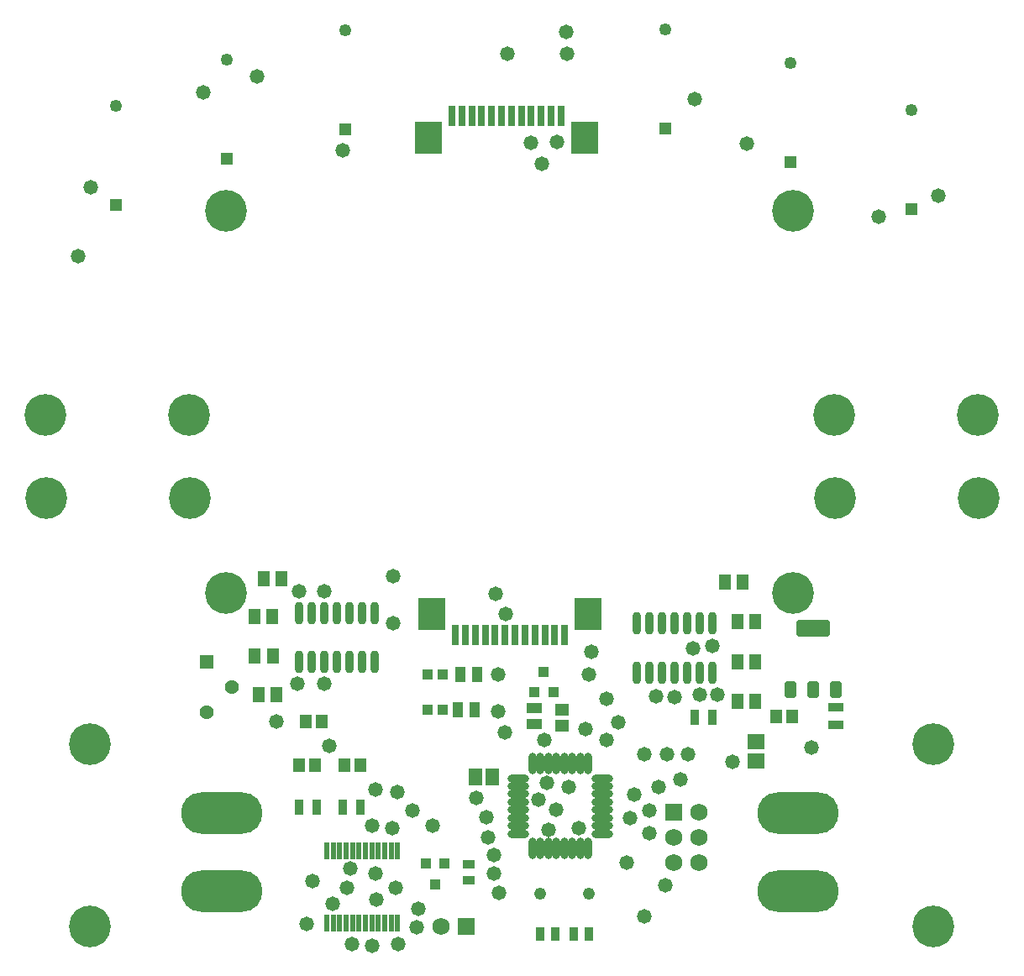
<source format=gts>
G04*
G04 #@! TF.GenerationSoftware,Altium Limited,Altium Designer,23.10.1 (27)*
G04*
G04 Layer_Color=8388736*
%FSLAX44Y44*%
%MOMM*%
G71*
G04*
G04 #@! TF.SameCoordinates,2FD0DFDD-310B-44B2-BA78-C92062C4FB9D*
G04*
G04*
G04 #@! TF.FilePolarity,Negative*
G04*
G01*
G75*
%ADD19R,1.6000X0.9500*%
%ADD23R,0.9500X1.3500*%
%ADD26R,1.4562X1.3046*%
%ADD29R,1.3046X1.4562*%
%ADD31R,1.2621X0.8081*%
%ADD32R,0.9500X1.6000*%
%ADD40O,2.1532X0.8032*%
%ADD41O,0.8032X2.1532*%
%ADD42R,0.6032X1.7032*%
%ADD43R,1.0032X1.0032*%
%ADD44R,1.0532X1.5532*%
%ADD45R,1.0032X1.1032*%
%ADD46R,1.5532X1.0532*%
G04:AMPARAMS|DCode=47|XSize=2.1732mm|YSize=0.8032mm|CornerRadius=0.2516mm|HoleSize=0mm|Usage=FLASHONLY|Rotation=270.000|XOffset=0mm|YOffset=0mm|HoleType=Round|Shape=RoundedRectangle|*
%AMROUNDEDRECTD47*
21,1,2.1732,0.3000,0,0,270.0*
21,1,1.6700,0.8032,0,0,270.0*
1,1,0.5032,-0.1500,-0.8350*
1,1,0.5032,-0.1500,0.8350*
1,1,0.5032,0.1500,0.8350*
1,1,0.5032,0.1500,-0.8350*
%
%ADD47ROUNDEDRECTD47*%
%ADD48R,1.2032X1.5532*%
%ADD49R,1.7532X1.5532*%
G04:AMPARAMS|DCode=50|XSize=3.3532mm|YSize=1.6532mm|CornerRadius=0.1524mm|HoleSize=0mm|Usage=FLASHONLY|Rotation=180.000|XOffset=0mm|YOffset=0mm|HoleType=Round|Shape=RoundedRectangle|*
%AMROUNDEDRECTD50*
21,1,3.3532,1.3485,0,0,180.0*
21,1,3.0485,1.6532,0,0,180.0*
1,1,0.3047,-1.5243,0.6743*
1,1,0.3047,1.5243,0.6743*
1,1,0.3047,1.5243,-0.6743*
1,1,0.3047,-1.5243,-0.6743*
%
%ADD50ROUNDEDRECTD50*%
G04:AMPARAMS|DCode=51|XSize=1.1032mm|YSize=1.6532mm|CornerRadius=0.1511mm|HoleSize=0mm|Usage=FLASHONLY|Rotation=180.000|XOffset=0mm|YOffset=0mm|HoleType=Round|Shape=RoundedRectangle|*
%AMROUNDEDRECTD51*
21,1,1.1032,1.3510,0,0,180.0*
21,1,0.8010,1.6532,0,0,180.0*
1,1,0.3022,-0.4005,0.6755*
1,1,0.3022,0.4005,0.6755*
1,1,0.3022,0.4005,-0.6755*
1,1,0.3022,-0.4005,-0.6755*
%
%ADD51ROUNDEDRECTD51*%
%ADD52R,2.8032X3.2032*%
%ADD53R,0.8032X2.0032*%
%ADD54R,1.4032X1.6532*%
%ADD55C,1.4252*%
%ADD56R,1.4252X1.4252*%
%ADD57C,1.2500*%
%ADD58R,1.2500X1.2500*%
%ADD59C,4.2032*%
%ADD60O,8.2032X4.2032*%
%ADD61C,1.2332*%
%ADD62R,1.7532X1.7532*%
%ADD63C,1.7532*%
%ADD64C,1.7332*%
%ADD65R,1.7332X1.7332*%
%ADD66C,1.4732*%
D19*
X826620Y237630D02*
D03*
Y255130D02*
D03*
D23*
X543798Y26924D02*
D03*
X528798D02*
D03*
X562580Y27178D02*
D03*
X577580D02*
D03*
D26*
X551030Y237052D02*
D03*
Y253168D02*
D03*
D29*
X292782Y241300D02*
D03*
X308898D02*
D03*
X301778Y196540D02*
D03*
X285662D02*
D03*
X331604D02*
D03*
X347720D02*
D03*
X782608Y246380D02*
D03*
X766492D02*
D03*
D31*
X457050Y96920D02*
D03*
Y80880D02*
D03*
D32*
X347690Y154940D02*
D03*
X330190D02*
D03*
X285740D02*
D03*
X303240D02*
D03*
X702020Y245110D02*
D03*
X684520D02*
D03*
D40*
X506710Y127810D02*
D03*
Y135810D02*
D03*
Y143810D02*
D03*
Y151810D02*
D03*
Y159810D02*
D03*
Y167810D02*
D03*
Y175810D02*
D03*
Y183810D02*
D03*
X591710D02*
D03*
Y175810D02*
D03*
Y167810D02*
D03*
Y159810D02*
D03*
Y151810D02*
D03*
Y143810D02*
D03*
Y135810D02*
D03*
Y127810D02*
D03*
D41*
X521210Y198310D02*
D03*
X529210D02*
D03*
X537210D02*
D03*
X545210D02*
D03*
X553210D02*
D03*
X561210D02*
D03*
X569210D02*
D03*
X577210D02*
D03*
Y113310D02*
D03*
X569210D02*
D03*
X561210D02*
D03*
X553210D02*
D03*
X545210D02*
D03*
X537210D02*
D03*
X529210D02*
D03*
X521210D02*
D03*
D42*
X385220Y110290D02*
D03*
X378720D02*
D03*
X313720D02*
D03*
X320220D02*
D03*
X326720D02*
D03*
X333220D02*
D03*
X339720D02*
D03*
X346220D02*
D03*
X352720D02*
D03*
X359220D02*
D03*
X365720D02*
D03*
X372220D02*
D03*
Y37790D02*
D03*
X365720D02*
D03*
X333220D02*
D03*
X326720D02*
D03*
X339720D02*
D03*
X346220D02*
D03*
X313720D02*
D03*
X320220D02*
D03*
X352720D02*
D03*
X359220D02*
D03*
X378720D02*
D03*
X385220D02*
D03*
D43*
X430259Y288289D02*
D03*
X415259D02*
D03*
X430259Y252729D02*
D03*
X415259D02*
D03*
D44*
X465300Y288290D02*
D03*
X448800D02*
D03*
X462760Y252730D02*
D03*
X446260D02*
D03*
D45*
X522970Y270290D02*
D03*
X541970D02*
D03*
X532470Y291290D02*
D03*
X432260Y97630D02*
D03*
X413260D02*
D03*
X422760Y76630D02*
D03*
D46*
X523090Y238130D02*
D03*
Y254630D02*
D03*
D47*
X702070Y290290D02*
D03*
X689370D02*
D03*
X676670D02*
D03*
X663970D02*
D03*
X651270D02*
D03*
X638570D02*
D03*
X625870D02*
D03*
Y339790D02*
D03*
X638570D02*
D03*
X651270D02*
D03*
X663970D02*
D03*
X676670D02*
D03*
X689370D02*
D03*
X702070D02*
D03*
X285620Y350540D02*
D03*
X298320D02*
D03*
X311020D02*
D03*
X323720D02*
D03*
X336420D02*
D03*
X349120D02*
D03*
X361820D02*
D03*
Y301040D02*
D03*
X349120D02*
D03*
X336420D02*
D03*
X323720D02*
D03*
X311020D02*
D03*
X298320D02*
D03*
X285620D02*
D03*
D48*
X262850Y267970D02*
D03*
X244850D02*
D03*
X259150Y307340D02*
D03*
X241150D02*
D03*
X241040Y346710D02*
D03*
X259040D02*
D03*
X249930Y384810D02*
D03*
X267930D02*
D03*
X745450Y300990D02*
D03*
X727450D02*
D03*
X745450Y261620D02*
D03*
X727450D02*
D03*
X714970Y381540D02*
D03*
X732970D02*
D03*
X727450Y341630D02*
D03*
X745450D02*
D03*
D49*
X746610Y201070D02*
D03*
Y220570D02*
D03*
D50*
X803970Y335040D02*
D03*
D51*
X826970Y273540D02*
D03*
X803970D02*
D03*
X780970D02*
D03*
D52*
X573359Y829766D02*
D03*
X416359D02*
D03*
X576970Y349740D02*
D03*
X419970D02*
D03*
D53*
X549859Y851466D02*
D03*
X539859D02*
D03*
X529859D02*
D03*
X519859D02*
D03*
X509859D02*
D03*
X499859D02*
D03*
X489859D02*
D03*
X479859D02*
D03*
X469859D02*
D03*
X459859D02*
D03*
X449859D02*
D03*
X439859D02*
D03*
X553470Y328040D02*
D03*
X543470D02*
D03*
X533470D02*
D03*
X523470D02*
D03*
X513470D02*
D03*
X503470D02*
D03*
X493470D02*
D03*
X483470D02*
D03*
X473470D02*
D03*
X463470D02*
D03*
X453470D02*
D03*
X443470D02*
D03*
D54*
X480790Y185420D02*
D03*
X463790D02*
D03*
D55*
X193040Y250190D02*
D03*
X218440Y275590D02*
D03*
D56*
X193040Y300990D02*
D03*
D57*
X332740Y937730D02*
D03*
X902970Y857720D02*
D03*
X781050Y904710D02*
D03*
X101600Y861530D02*
D03*
X655320Y939000D02*
D03*
X213360Y908520D02*
D03*
D58*
X332740Y837730D02*
D03*
X902970Y757720D02*
D03*
X781050Y804710D02*
D03*
X101600Y761530D02*
D03*
X655320Y839000D02*
D03*
X213360Y808520D02*
D03*
D59*
X825640Y466370D02*
D03*
X824830Y550000D02*
D03*
X175980Y466370D02*
D03*
X175170Y550000D02*
D03*
X783590Y755650D02*
D03*
X970000Y550000D02*
D03*
X970810Y466370D02*
D03*
X30810D02*
D03*
X30000Y550000D02*
D03*
X74930Y218440D02*
D03*
X925000Y34290D02*
D03*
X74930D02*
D03*
X212090Y755650D02*
D03*
X925000Y218440D02*
D03*
X212090Y370840D02*
D03*
X783590D02*
D03*
D60*
X788520Y69850D02*
D03*
Y148590D02*
D03*
X208130D02*
D03*
Y69850D02*
D03*
D61*
X577700Y67310D02*
D03*
X528900D02*
D03*
D62*
X663020Y149940D02*
D03*
D63*
Y124540D02*
D03*
Y99140D02*
D03*
X688420Y149940D02*
D03*
Y124540D02*
D03*
Y99140D02*
D03*
D64*
X429110Y34290D02*
D03*
D65*
X454510D02*
D03*
D66*
X316334Y216408D02*
D03*
X802490Y214630D02*
D03*
X645919Y266339D02*
D03*
X678180Y208280D02*
D03*
X656590D02*
D03*
X670560Y182880D02*
D03*
X623570Y167640D02*
D03*
X619760Y143510D02*
D03*
X638660Y128420D02*
D03*
X633730Y44450D02*
D03*
X615950Y99060D02*
D03*
X535940Y179070D02*
D03*
X527050Y162560D02*
D03*
X474980Y144780D02*
D03*
X464820Y163830D02*
D03*
X476250Y124460D02*
D03*
X482600Y106680D02*
D03*
X487680Y68580D02*
D03*
X483870Y369570D02*
D03*
X384810Y170180D02*
D03*
X400050Y151130D02*
D03*
X420370Y135890D02*
D03*
X359260D02*
D03*
X379730Y133350D02*
D03*
X337820Y92710D02*
D03*
X386080Y16510D02*
D03*
X359410Y15240D02*
D03*
X537210Y132080D02*
D03*
X544830Y152400D02*
D03*
X546100Y825500D02*
D03*
X554990Y935990D02*
D03*
X383540Y73660D02*
D03*
X339462Y16859D02*
D03*
X293370Y36830D02*
D03*
X299583Y80023D02*
D03*
X492864Y229870D02*
D03*
X607164Y240284D02*
D03*
X574144Y233172D02*
D03*
X595480Y222250D02*
D03*
Y264160D02*
D03*
X363324Y61214D02*
D03*
X404472Y33528D02*
D03*
X580390Y311150D02*
D03*
X530116Y803384D02*
D03*
X869810Y749440D02*
D03*
X63500Y709930D02*
D03*
X519430Y824230D02*
D03*
X330200Y816610D02*
D03*
X243840Y891540D02*
D03*
X684530Y868680D02*
D03*
X737235Y823595D02*
D03*
X929960Y771210D02*
D03*
X556260Y914400D02*
D03*
X495842Y913858D02*
D03*
X189230Y875030D02*
D03*
X75946Y779526D02*
D03*
X482450Y87630D02*
D03*
X333860Y73660D02*
D03*
X319890Y57150D02*
D03*
X363070Y87630D02*
D03*
X638660Y151130D02*
D03*
X655170Y76200D02*
D03*
X567540Y133350D02*
D03*
X363070Y172720D02*
D03*
X557380Y175260D02*
D03*
X664060Y265430D02*
D03*
X683110Y314960D02*
D03*
X577700Y288290D02*
D03*
X633580Y208280D02*
D03*
X486260Y251460D02*
D03*
Y288290D02*
D03*
X533250Y222250D02*
D03*
X648495Y175187D02*
D03*
X406250Y52070D02*
D03*
X380850Y340360D02*
D03*
Y387350D02*
D03*
X262740Y241300D02*
D03*
X311000Y372110D02*
D03*
X285600D02*
D03*
X311000Y279400D02*
D03*
X284330D02*
D03*
X702160Y317500D02*
D03*
X689460Y267970D02*
D03*
X707240D02*
D03*
X493950Y349250D02*
D03*
X722480Y200660D02*
D03*
M02*

</source>
